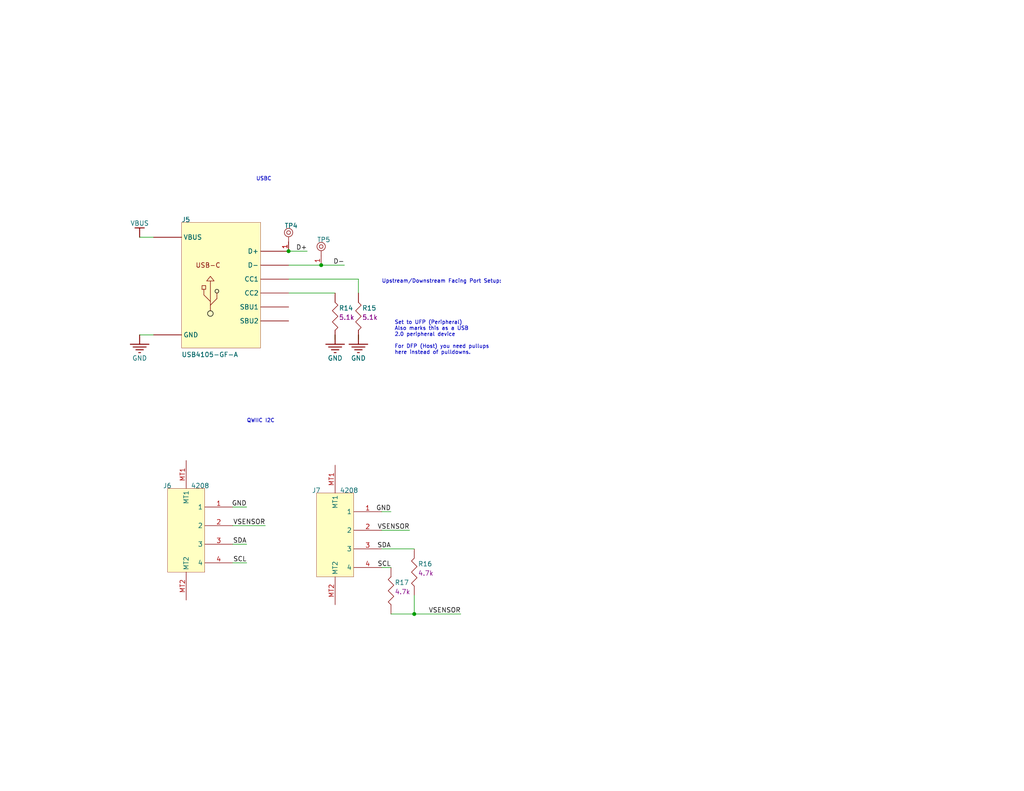
<source format=kicad_sch>
(kicad_sch (version 20250114) (generator "eeschema") (generator_version "9.0")
  (paper "A")
  (lib_symbols
    (symbol "McIntyre Industries:root_1_CMP-001-0001-4_McIntyre Industries" (pin_names (hide yes))
      (symbol "root_1_CMP-001-0001-4_McIntyre Industries_1_0"
        (circle (center 0 5.08) (radius 0.508))
        (circle (center 0 5.08) (radius 1.143))
        (polyline (pts (xy 0 3.81) (xy 0 2.54)))
        (pin passive line (at 0 0 90) (length 2.54) (name "TP") (number "1"))
      )
    )
    (symbol "Prototypical Design:root_0_Component_1_Prototypical Design"
      (symbol "root_0_Component_1_Prototypical Design_1_0"
        (rectangle (start 10.16 22.86) (end 0 0) (stroke (width 0.0254) (color 128 0 0 1)) (fill (type background)))
        (pin passive line (at 5.08 30.48 270) (length 7.62) (name "MT1") (number "MT1"))
        (pin passive line (at 5.08 -7.62 90) (length 7.62) (name "MT2") (number "MT2"))
        (pin passive line (at 17.78 17.78 180) (length 7.62) (name "1") (number "1"))
        (pin passive line (at 17.78 12.7 180) (length 7.62) (name "2") (number "2"))
        (pin passive line (at 17.78 7.62 180) (length 7.62) (name "3") (number "3"))
        (pin passive line (at 17.78 2.54 180) (length 7.62) (name "4") (number "4"))
      )
    )
    (symbol "Prototypical Design:root_0_USB4105-GF-A_Prototypical Design" (pin_numbers (hide yes))
      (symbol "root_0_USB4105-GF-A_Prototypical Design_1_0"
        (polyline (pts (xy 6.096 11.176) (xy 5.588 11.176)))
        (polyline (pts (xy 7.874 7.874) (xy 6.096 9.652) (xy 6.096 11.176) (xy 6.604 11.176) (xy 6.604 12.192) (xy 5.588 12.192) (xy 5.588 11.176)))
        (polyline (pts (xy 7.874 6.858) (xy 9.652 8.636)))
        (polyline (pts (xy 7.874 5.334) (xy 7.874 13.462) (xy 8.89 13.462) (xy 7.874 14.732) (xy 6.858 13.462) (xy 7.874 13.462)))
        (circle (center 7.874 4.572) (radius 0.762) (stroke (width 0) (color 0 0 0 1)))
        (circle (center 9.652 10.668) (radius 0.508) (stroke (width 0) (color 0 0 0 1)))
        (polyline (pts (xy 9.652 8.636) (xy 9.652 10.16)))
        (rectangle (start 21.59 29.464) (end 0 -4.826) (stroke (width 0.0254) (color 128 0 0 1)) (fill (type background)))
        (text "USB-C" (at 3.81 17.018 0) (effects (font (size 1.27 1.27)) (justify left bottom)))
        (pin passive line (at -7.62 25.4 0) (length 7.62) (name "VBUS") (number "A4B9,B4A9"))
        (pin passive line (at -7.62 -1.27 0) (length 7.62) (name "GND") (number "A1B12,B1A12,M1,M2,M3,M4"))
        (pin bidirectional line (at 29.21 21.59 180) (length 7.62) (name "D+") (number "A6,B6"))
        (pin bidirectional line (at 29.21 17.78 180) (length 7.62) (name "D-") (number "A7,B7"))
        (pin bidirectional line (at 29.21 13.97 180) (length 7.62) (name "CC1") (number "A5"))
        (pin bidirectional line (at 29.21 10.16 180) (length 7.62) (name "CC2") (number "B5"))
        (pin bidirectional line (at 29.21 6.35 180) (length 7.62) (name "SBU1") (number "A8"))
        (pin bidirectional line (at 29.21 2.54 180) (length 7.62) (name "SBU2") (number "B8"))
      )
    )
    (symbol "Prototypical Design:root_1_RES-2_Prototypical Design_0" (pin_numbers (hide yes)) (pin_names (hide yes))
      (symbol "root_1_RES-2_Prototypical Design_0_1_0"
        (polyline (pts (xy 0 10.16) (xy -0.762 9.398) (xy 0 8.636) (xy 0.762 7.874) (xy -0.762 6.35) (xy 0.762 4.826) (xy -0.762 3.302) (xy 0 2.54)))
        (pin passive line (at 0 12.7 270) (length 2.54) (name "2") (number "2"))
        (pin passive line (at 0 0 90) (length 2.54) (name "1") (number "1"))
      )
    )
    (symbol "Prototypical Design:root_3_RES-2_Prototypical Design_0" (pin_numbers (hide yes)) (pin_names (hide yes))
      (symbol "root_3_RES-2_Prototypical Design_0_1_0"
        (polyline (pts (xy 0 -10.16) (xy 0.762 -9.398) (xy 0 -8.636) (xy -0.762 -7.874) (xy 0.762 -6.35) (xy -0.762 -4.826) (xy 0.762 -3.302) (xy 0 -2.54)))
        (pin passive line (at 0 0 270) (length 2.54) (name "1") (number "1"))
        (pin passive line (at 0 -12.7 90) (length 2.54) (name "2") (number "2"))
      )
    )
    (symbol "tinyCore-altium-import:GND_POWER_GROUND" (power)
      (property "Value" "GND" (at 0 -6.35 0))
      (symbol "GND_POWER_GROUND_0_0"
        (polyline (pts (xy -2.54 -2.54) (xy 2.54 -2.54)) (stroke (width 0.254)))
        (polyline (pts (xy -1.778 -3.302) (xy 1.778 -3.302)) (stroke (width 0.254)))
        (polyline (pts (xy -1.016 -4.064) (xy 1.016 -4.064)) (stroke (width 0.254)))
        (polyline (pts (xy -0.254 -4.826) (xy 0.254 -4.826)) (stroke (width 0.254)))
        (polyline (pts (xy 0 0) (xy 0 -2.54)) (stroke (width 0.254)))
        (pin power_in line (at 0 0 0) (length 0) (hide yes) (name "GND") (number ""))
      )
    )
    (symbol "tinyCore-altium-import:VBUS_BAR" (power)
      (property "Value" "VBUS" (at 0 -3.81 0))
      (symbol "VBUS_BAR_0_0"
        (polyline (pts (xy -1.27 -2.54) (xy 1.27 -2.54)) (stroke (width 0.254)))
        (polyline (pts (xy 0 0) (xy 0 -2.54)) (stroke (width 0.254)))
        (pin power_in line (at 0 0 0) (length 0) (hide yes) (name "VBUS") (number ""))
      )
    )
  )
  (text "QWIIC I2C" (at 67.31 115.57 0) (effects (font (size 1.016 1.016)) (justify left bottom)))
  (text "USBC" (at 69.85 49.53 0) (effects (font (size 1.016 1.016)) (justify left bottom)))
  (text "Upstream/Downstream Facing Port Setup:" (at 104.14 77.47 0) (effects (font (size 1.016 1.016)) (justify left bottom)))
  (text_box "Set to UFP (Peripheral) \nAlso marks this as a USB\n2.0 peripheral device \n\nFor DFP (Host) you need pullups \nhere instead of pulldowns." (at 142.24 86.36 0) (size -35.56 15.24) (margins 0.9525 0.9525 0.9525 0.9525) (stroke (width -0.0001) (color 0 0 0 1)) (effects (font (size 1.016 1.016)) (justify left top)))
  (junction (at 87.63 72.39))
  (junction (at 78.74 68.58))
  (junction (at 113.03 167.64))
  (wire (pts (xy 97.79 80.01) (xy 97.79 76.2)))
  (wire (pts (xy 97.79 76.2) (xy 78.74 76.2)))
  (wire (pts (xy 104.14 154.94) (xy 106.68 154.94)))
  (wire (pts (xy 83.82 68.58) (xy 78.74 68.58)))
  (wire (pts (xy 63.5 148.59) (xy 67.31 148.59)))
  (wire (pts (xy 91.44 91.44) (xy 91.44 92.71)))
  (wire (pts (xy 93.98 72.39) (xy 87.63 72.39)))
  (wire (pts (xy 87.63 72.39) (xy 78.74 72.39)))
  (wire (pts (xy 97.79 91.44) (xy 97.79 92.71)))
  (wire (pts (xy 104.14 139.7) (xy 106.68 139.7)))
  (wire (pts (xy 41.91 91.44) (xy 38.1 91.44)))
  (wire (pts (xy 104.14 149.86) (xy 113.03 149.86)))
  (wire (pts (xy 113.03 167.64) (xy 113.03 162.56)))
  (wire (pts (xy 63.5 138.43) (xy 67.31 138.43)))
  (wire (pts (xy 63.5 143.51) (xy 72.39 143.51)))
  (wire (pts (xy 106.68 167.64) (xy 113.03 167.64)))
  (wire (pts (xy 63.5 153.67) (xy 67.31 153.67)))
  (wire (pts (xy 113.03 167.64) (xy 125.73 167.64)))
  (wire (pts (xy 104.14 144.78) (xy 111.76 144.78)))
  (wire (pts (xy 91.44 80.01) (xy 78.74 80.01)))
  (wire (pts (xy 38.1 64.77) (xy 41.91 64.77)))
  (label "SDA" (at 67.31 148.59 180))
  (label "VSENSOR" (at 125.73 167.64 180))
  (label "SCL" (at 67.31 153.67 180))
  (label "GND" (at 106.68 139.7 180))
  (label "VSENSOR" (at 72.39 143.51 180))
  (label "SDA" (at 106.68 149.86 180))
  (label "VSENSOR" (at 111.76 144.78 180))
  (label "D+" (at 83.82 68.58 180))
  (label "SCL" (at 106.68 154.94 180))
  (label "D-" (at 93.98 72.39 180))
  (label "GND" (at 67.31 138.43 180))
  (symbol (lib_id "Prototypical Design:root_0_Component_1_Prototypical Design") (at 45.72 156.21 0) (unit 1)
    (property "Reference" "J6" (at 44.45 133.35 0) (effects (justify left bottom)))
    (property "Value" "4208" (at 52.07 133.35 0) (effects (justify left bottom)))
    (property "Footprint" "4390" (effects (hide yes)))
    (property "Description" "Adafruit Accessories JST SH 4-pin Right Angle Connector (10-pack) - Qwiic Compatible" (effects (hide yes)))
    (property "MANUFACTURER_PART_NUMBER" "4208" (effects (hide yes)))
    (property "SOURCE" "SamacSys.SchLib" (effects (hide yes)))
    (property "HEIGHT" "7.05mm" (effects (hide yes)))
    (property "DESIGN ITEM ID" "4208" (effects (hide yes)))
    (property "MANUFACTURER_NAME" "Adafruit" (effects (hide yes)))
    (property "DATASHEET LINK" "https://cdn-shop.adafruit.com/product-files/4390/4390_C13925-001_CCP-W20-04-BK-SMT-R-A.PDF" (effects (hide yes)))
  )
  (symbol (lib_id "tinyCore-altium-import:GND_POWER_GROUND") (at 38.1 91.44 0) (unit 1)
    (property "Reference" "#PWR?" (effects (hide yes)))
    (property "Value" "GND" (at 38.1 97.79 0))
  )
  (symbol (lib_id "tinyCore-altium-import:GND_POWER_GROUND") (at 91.44 91.44 0) (unit 1)
    (property "Reference" "#PWR?" (effects (hide yes)))
    (property "Value" "GND" (at 91.44 97.79 0))
  )
  (symbol (lib_id "Prototypical Design:root_1_RES-2_Prototypical Design_0") (at 106.68 167.64 0) (unit 1)
    (property "Reference" "R17" (at 107.696 159.766 0) (effects (justify left bottom)))
    (property "Value" "Resistor 4.7k +/-1% 0603 100 mW" (effects (hide yes)))
    (property "Footprint" "RESC1608X55X25ML10T15" (effects (hide yes)))
    (property "Description" "Chip Resistor, 4.7 KOhm, +/- 1%, 0.1 W, -55 to 155 degC, 0603 (1608 Metric)" (effects (hide yes)))
    (property "MAX OPERATING TEMPERATURE" "155°C" (effects (hide yes)))
    (property "ALTIUM_VALUE" "4.7k" (at 107.696 162.306 0) (effects (justify left bottom)))
    (property "ROHS COMPLIANT" "True" (effects (hide yes)))
    (property "VOLTAGE RATING" "50V" (effects (hide yes)))
    (property "TOLERANCE" "1%" (effects (hide yes)))
    (property "PINS" "2" (effects (hide yes)))
    (property "CASE/PACKAGE" "0603" (effects (hide yes)))
    (property "MOUNTING TECHNOLOGY" "SM" (effects (hide yes)))
    (property "MIN OPERATING TEMPERATURE" "-55°C" (effects (hide yes)))
    (property "POWER" "100mW" (effects (hide yes)))
  )
  (symbol (lib_id "McIntyre Industries:root_1_CMP-001-0001-4_McIntyre Industries") (at 87.63 72.39 0) (unit 1)
    (property "Reference" "TP5" (at 86.487 66.167 0) (effects (justify left bottom)))
    (property "Value" "TPAD6R" (effects (hide yes)))
    (property "Footprint" "TP06R" (effects (hide yes)))
    (property "Description" "0.6mm round" (effects (hide yes)))
    (property "PINS" "1" (effects (hide yes)))
  )
  (symbol (lib_id "Prototypical Design:root_3_RES-2_Prototypical Design_0") (at 91.44 80.01 0) (unit 1)
    (property "Reference" "R14" (at 92.456 84.836 0) (effects (justify left bottom)))
    (property "Value" "Resistor 5.1k +/-1% 0603 100 mW" (effects (hide yes)))
    (property "Footprint" "RESC1608X55X25ML10T15" (effects (hide yes)))
    (property "Description" "Chip Resistor, 5.1 KOhm, +/- 1%, 0.1 W, -55 to 155 degC, 0603 (1608 Metric)" (effects (hide yes)))
    (property "MAX OPERATING TEMPERATURE" "155°C" (effects (hide yes)))
    (property "ALTIUM_VALUE" "5.1k" (at 92.456 87.376 0) (effects (justify left bottom)))
    (property "ROHS COMPLIANT" "True" (effects (hide yes)))
    (property "VOLTAGE RATING" "50V" (effects (hide yes)))
    (property "TOLERANCE" "1%" (effects (hide yes)))
    (property "PINS" "2" (effects (hide yes)))
    (property "CASE/PACKAGE" "0603" (effects (hide yes)))
    (property "MOUNTING TECHNOLOGY" "SM" (effects (hide yes)))
    (property "MIN OPERATING TEMPERATURE" "-55°C" (effects (hide yes)))
    (property "POWER" "100mW" (effects (hide yes)))
  )
  (symbol (lib_id "Prototypical Design:root_0_USB4105-GF-A_Prototypical Design") (at 49.53 90.17 0) (unit 1)
    (property "Reference" "J5" (at 49.53 60.706 0) (effects (justify left bottom)))
    (property "Value" "USB4105-GF-A" (at 49.53 97.536 0) (effects (justify left bottom)))
    (property "Footprint" "USB4105-GF-A" (effects (hide yes)))
    (property "Description" "USB-C 16-Pin Component" (effects (hide yes)))
    (property "SOURCE" "USB4105-GF-A.SchLib" (effects (hide yes)))
    (property "DESIGN ITEM ID" "USB4105-GF-A" (effects (hide yes)))
  )
  (symbol (lib_id "McIntyre Industries:root_1_CMP-001-0001-4_McIntyre Industries") (at 78.74 68.58 0) (unit 1)
    (property "Reference" "TP4" (at 77.597 62.357 0) (effects (justify left bottom)))
    (property "Value" "TPAD6R" (effects (hide yes)))
    (property "Footprint" "TP06R" (effects (hide yes)))
    (property "Description" "0.6mm round" (effects (hide yes)))
    (property "PINS" "1" (effects (hide yes)))
  )
  (symbol (lib_id "Prototypical Design:root_1_RES-2_Prototypical Design_0") (at 113.03 162.56 0) (unit 1)
    (property "Reference" "R16" (at 114.046 154.686 0) (effects (justify left bottom)))
    (property "Value" "Resistor 4.7k +/-1% 0603 100 mW" (effects (hide yes)))
    (property "Footprint" "RESC1608X55X25ML10T15" (effects (hide yes)))
    (property "Description" "Chip Resistor, 4.7 KOhm, +/- 1%, 0.1 W, -55 to 155 degC, 0603 (1608 Metric)" (effects (hide yes)))
    (property "MAX OPERATING TEMPERATURE" "155°C" (effects (hide yes)))
    (property "ALTIUM_VALUE" "4.7k" (at 114.046 157.226 0) (effects (justify left bottom)))
    (property "ROHS COMPLIANT" "True" (effects (hide yes)))
    (property "VOLTAGE RATING" "50V" (effects (hide yes)))
    (property "TOLERANCE" "1%" (effects (hide yes)))
    (property "PINS" "2" (effects (hide yes)))
    (property "CASE/PACKAGE" "0603" (effects (hide yes)))
    (property "MOUNTING TECHNOLOGY" "SM" (effects (hide yes)))
    (property "MIN OPERATING TEMPERATURE" "-55°C" (effects (hide yes)))
    (property "POWER" "100mW" (effects (hide yes)))
  )
  (symbol (lib_id "tinyCore-altium-import:GND_POWER_GROUND") (at 97.79 91.44 0) (unit 1)
    (property "Reference" "#PWR?" (effects (hide yes)))
    (property "Value" "GND" (at 97.79 97.79 0))
  )
  (symbol (lib_id "Prototypical Design:root_0_Component_1_Prototypical Design") (at 86.36 157.48 0) (unit 1)
    (property "Reference" "J7" (at 85.09 134.62 0) (effects (justify left bottom)))
    (property "Value" "4208" (at 92.71 134.62 0) (effects (justify left bottom)))
    (property "Footprint" "4390" (effects (hide yes)))
    (property "Description" "Adafruit Accessories JST SH 4-pin Right Angle Connector (10-pack) - Qwiic Compatible" (effects (hide yes)))
    (property "MANUFACTURER_PART_NUMBER" "4208" (effects (hide yes)))
    (property "SOURCE" "SamacSys.SchLib" (effects (hide yes)))
    (property "HEIGHT" "7.05mm" (effects (hide yes)))
    (property "DESIGN ITEM ID" "4208" (effects (hide yes)))
    (property "MANUFACTURER_NAME" "Adafruit" (effects (hide yes)))
    (property "DATASHEET LINK" "https://cdn-shop.adafruit.com/product-files/4390/4390_C13925-001_CCP-W20-04-BK-SMT-R-A.PDF" (effects (hide yes)))
  )
  (symbol (lib_id "Prototypical Design:root_3_RES-2_Prototypical Design_0") (at 97.79 80.01 0) (unit 1)
    (property "Reference" "R15" (at 98.806 84.836 0) (effects (justify left bottom)))
    (property "Value" "Resistor 5.1k +/-1% 0603 100 mW" (effects (hide yes)))
    (property "Footprint" "RESC1608X55X25ML10T15" (effects (hide yes)))
    (property "Description" "Chip Resistor, 5.1 KOhm, +/- 1%, 0.1 W, -55 to 155 degC, 0603 (1608 Metric)" (effects (hide yes)))
    (property "MAX OPERATING TEMPERATURE" "155°C" (effects (hide yes)))
    (property "ALTIUM_VALUE" "5.1k" (at 98.806 87.376 0) (effects (justify left bottom)))
    (property "ROHS COMPLIANT" "True" (effects (hide yes)))
    (property "VOLTAGE RATING" "50V" (effects (hide yes)))
    (property "TOLERANCE" "1%" (effects (hide yes)))
    (property "PINS" "2" (effects (hide yes)))
    (property "CASE/PACKAGE" "0603" (effects (hide yes)))
    (property "MOUNTING TECHNOLOGY" "SM" (effects (hide yes)))
    (property "MIN OPERATING TEMPERATURE" "-55°C" (effects (hide yes)))
    (property "POWER" "100mW" (effects (hide yes)))
  )
  (symbol (lib_id "tinyCore-altium-import:VBUS_BAR") (at 38.1 64.77 180) (unit 1)
    (property "Reference" "#PWR?" (effects (hide yes)))
    (property "Value" "VBUS" (at 38.1 60.96 0))
  )
)
</source>
